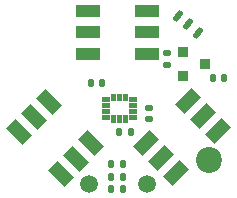
<source format=gbr>
%TF.GenerationSoftware,KiCad,Pcbnew,8.0.1*%
%TF.CreationDate,2024-07-23T23:42:04-04:00*%
%TF.ProjectId,PartyTorch-PCB,50617274-7954-46f7-9263-682d5043422e,rev?*%
%TF.SameCoordinates,Original*%
%TF.FileFunction,Soldermask,Top*%
%TF.FilePolarity,Negative*%
%FSLAX46Y46*%
G04 Gerber Fmt 4.6, Leading zero omitted, Abs format (unit mm)*
G04 Created by KiCad (PCBNEW 8.0.1) date 2024-07-23 23:42:04*
%MOMM*%
%LPD*%
G01*
G04 APERTURE LIST*
G04 Aperture macros list*
%AMRoundRect*
0 Rectangle with rounded corners*
0 $1 Rounding radius*
0 $2 $3 $4 $5 $6 $7 $8 $9 X,Y pos of 4 corners*
0 Add a 4 corners polygon primitive as box body*
4,1,4,$2,$3,$4,$5,$6,$7,$8,$9,$2,$3,0*
0 Add four circle primitives for the rounded corners*
1,1,$1+$1,$2,$3*
1,1,$1+$1,$4,$5*
1,1,$1+$1,$6,$7*
1,1,$1+$1,$8,$9*
0 Add four rect primitives between the rounded corners*
20,1,$1+$1,$2,$3,$4,$5,0*
20,1,$1+$1,$4,$5,$6,$7,0*
20,1,$1+$1,$6,$7,$8,$9,0*
20,1,$1+$1,$8,$9,$2,$3,0*%
%AMRotRect*
0 Rectangle, with rotation*
0 The origin of the aperture is its center*
0 $1 length*
0 $2 width*
0 $3 Rotation angle, in degrees counterclockwise*
0 Add horizontal line*
21,1,$1,$2,0,0,$3*%
G04 Aperture macros list end*
%ADD10C,0.010000*%
%ADD11RotRect,2.000000X1.100000X315.000000*%
%ADD12RoundRect,0.135000X-0.135000X-0.185000X0.135000X-0.185000X0.135000X0.185000X-0.135000X0.185000X0*%
%ADD13R,2.000000X1.100000*%
%ADD14R,0.889000X0.812800*%
%ADD15RoundRect,0.140000X0.140000X0.170000X-0.140000X0.170000X-0.140000X-0.170000X0.140000X-0.170000X0*%
%ADD16C,2.200000*%
%ADD17RoundRect,0.140000X-0.170000X0.140000X-0.170000X-0.140000X0.170000X-0.140000X0.170000X0.140000X0*%
%ADD18RoundRect,0.125000X-0.138852X-0.370095X0.333138X0.212765X0.138852X0.370095X-0.333138X-0.212765X0*%
%ADD19RotRect,2.000000X1.100000X45.000000*%
%ADD20RoundRect,0.140000X-0.140000X-0.170000X0.140000X-0.170000X0.140000X0.170000X-0.140000X0.170000X0*%
%ADD21C,1.500000*%
G04 APERTURE END LIST*
D10*
%TO.C,MT1*%
X124895000Y-108205000D02*
X124320000Y-108205000D01*
X124320000Y-107855000D01*
X124895000Y-107855000D01*
X124895000Y-108205000D01*
G36*
X124895000Y-108205000D02*
G01*
X124320000Y-108205000D01*
X124320000Y-107855000D01*
X124895000Y-107855000D01*
X124895000Y-108205000D01*
G37*
X124895000Y-108705000D02*
X124320000Y-108705000D01*
X124320000Y-108355000D01*
X124895000Y-108355000D01*
X124895000Y-108705000D01*
G36*
X124895000Y-108705000D02*
G01*
X124320000Y-108705000D01*
X124320000Y-108355000D01*
X124895000Y-108355000D01*
X124895000Y-108705000D01*
G37*
X124895000Y-109205000D02*
X124320000Y-109205000D01*
X124320000Y-108855000D01*
X124895000Y-108855000D01*
X124895000Y-109205000D01*
G36*
X124895000Y-109205000D02*
G01*
X124320000Y-109205000D01*
X124320000Y-108855000D01*
X124895000Y-108855000D01*
X124895000Y-109205000D01*
G37*
X124895000Y-109705000D02*
X124320000Y-109705000D01*
X124320000Y-109355000D01*
X124895000Y-109355000D01*
X124895000Y-109705000D01*
G36*
X124895000Y-109705000D02*
G01*
X124320000Y-109705000D01*
X124320000Y-109355000D01*
X124895000Y-109355000D01*
X124895000Y-109705000D01*
G37*
X125445000Y-108155000D02*
X125095000Y-108155000D01*
X125095000Y-107580000D01*
X125445000Y-107580000D01*
X125445000Y-108155000D01*
G36*
X125445000Y-108155000D02*
G01*
X125095000Y-108155000D01*
X125095000Y-107580000D01*
X125445000Y-107580000D01*
X125445000Y-108155000D01*
G37*
X125445000Y-109980000D02*
X125095000Y-109980000D01*
X125095000Y-109405000D01*
X125445000Y-109405000D01*
X125445000Y-109980000D01*
G36*
X125445000Y-109980000D02*
G01*
X125095000Y-109980000D01*
X125095000Y-109405000D01*
X125445000Y-109405000D01*
X125445000Y-109980000D01*
G37*
X125945000Y-108155000D02*
X125595000Y-108155000D01*
X125595000Y-107580000D01*
X125945000Y-107580000D01*
X125945000Y-108155000D01*
G36*
X125945000Y-108155000D02*
G01*
X125595000Y-108155000D01*
X125595000Y-107580000D01*
X125945000Y-107580000D01*
X125945000Y-108155000D01*
G37*
X125945000Y-109980000D02*
X125595000Y-109980000D01*
X125595000Y-109405000D01*
X125945000Y-109405000D01*
X125945000Y-109980000D01*
G36*
X125945000Y-109980000D02*
G01*
X125595000Y-109980000D01*
X125595000Y-109405000D01*
X125945000Y-109405000D01*
X125945000Y-109980000D01*
G37*
X126445000Y-108155000D02*
X126095000Y-108155000D01*
X126095000Y-107580000D01*
X126445000Y-107580000D01*
X126445000Y-108155000D01*
G36*
X126445000Y-108155000D02*
G01*
X126095000Y-108155000D01*
X126095000Y-107580000D01*
X126445000Y-107580000D01*
X126445000Y-108155000D01*
G37*
X126445000Y-109980000D02*
X126095000Y-109980000D01*
X126095000Y-109405000D01*
X126445000Y-109405000D01*
X126445000Y-109980000D01*
G36*
X126445000Y-109980000D02*
G01*
X126095000Y-109980000D01*
X126095000Y-109405000D01*
X126445000Y-109405000D01*
X126445000Y-109980000D01*
G37*
X127220000Y-108205000D02*
X126645000Y-108205000D01*
X126645000Y-107855000D01*
X127220000Y-107855000D01*
X127220000Y-108205000D01*
G36*
X127220000Y-108205000D02*
G01*
X126645000Y-108205000D01*
X126645000Y-107855000D01*
X127220000Y-107855000D01*
X127220000Y-108205000D01*
G37*
X127220000Y-108705000D02*
X126645000Y-108705000D01*
X126645000Y-108355000D01*
X127220000Y-108355000D01*
X127220000Y-108705000D01*
G36*
X127220000Y-108705000D02*
G01*
X126645000Y-108705000D01*
X126645000Y-108355000D01*
X127220000Y-108355000D01*
X127220000Y-108705000D01*
G37*
X127220000Y-109205000D02*
X126645000Y-109205000D01*
X126645000Y-108855000D01*
X127220000Y-108855000D01*
X127220000Y-109205000D01*
G36*
X127220000Y-109205000D02*
G01*
X126645000Y-109205000D01*
X126645000Y-108855000D01*
X127220000Y-108855000D01*
X127220000Y-109205000D01*
G37*
X127220000Y-109705000D02*
X126645000Y-109705000D01*
X126645000Y-109355000D01*
X127220000Y-109355000D01*
X127220000Y-109705000D01*
G36*
X127220000Y-109705000D02*
G01*
X126645000Y-109705000D01*
X126645000Y-109355000D01*
X127220000Y-109355000D01*
X127220000Y-109705000D01*
G37*
%TD*%
D11*
%TO.C,QLSP08RGB1*%
X120844975Y-114340560D03*
X117309441Y-110805026D03*
X122117767Y-113067768D03*
X118582233Y-109532234D03*
X123390560Y-111794975D03*
X119855026Y-108259441D03*
%TD*%
D12*
%TO.C,R4*%
X125090000Y-115690000D03*
X126110000Y-115690000D03*
%TD*%
D13*
%TO.C,QLSP08RGB2*%
X128100000Y-104180000D03*
X123100000Y-104180000D03*
X128100000Y-102380000D03*
X123100000Y-102380000D03*
X128100000Y-100580000D03*
X123100000Y-100580000D03*
%TD*%
D12*
%TO.C,R2*%
X125080000Y-113490000D03*
X126100000Y-113490000D03*
%TD*%
D14*
%TO.C,U1*%
X131150001Y-104046502D03*
X131150001Y-106096500D03*
X133040000Y-105071501D03*
%TD*%
D15*
%TO.C,C3*%
X126740000Y-110790000D03*
X125780000Y-110790000D03*
%TD*%
D16*
%TO.C,H1*%
X133410000Y-113200000D03*
%TD*%
D17*
%TO.C,C6*%
X129790000Y-104160000D03*
X129790000Y-105120000D03*
%TD*%
D18*
%TO.C,U7*%
X132464860Y-102402252D03*
X131610000Y-101710000D03*
X130755138Y-101017746D03*
%TD*%
D19*
%TO.C,QLSP08RGB3*%
X134140560Y-110775026D03*
X130605026Y-114310560D03*
X132867768Y-109502234D03*
X129332234Y-113037768D03*
X131594975Y-108229441D03*
X128059441Y-111764975D03*
%TD*%
D20*
%TO.C,C7*%
X133710000Y-106260000D03*
X134670000Y-106260000D03*
%TD*%
%TO.C,C5*%
X123400000Y-106660000D03*
X124360000Y-106660000D03*
%TD*%
D12*
%TO.C,R3*%
X125090000Y-114590000D03*
X126110000Y-114590000D03*
%TD*%
D17*
%TO.C,C4*%
X128270000Y-108780000D03*
X128270000Y-109740000D03*
%TD*%
D21*
%TO.C,Y1*%
X128140000Y-115230000D03*
X123260000Y-115230000D03*
%TD*%
M02*

</source>
